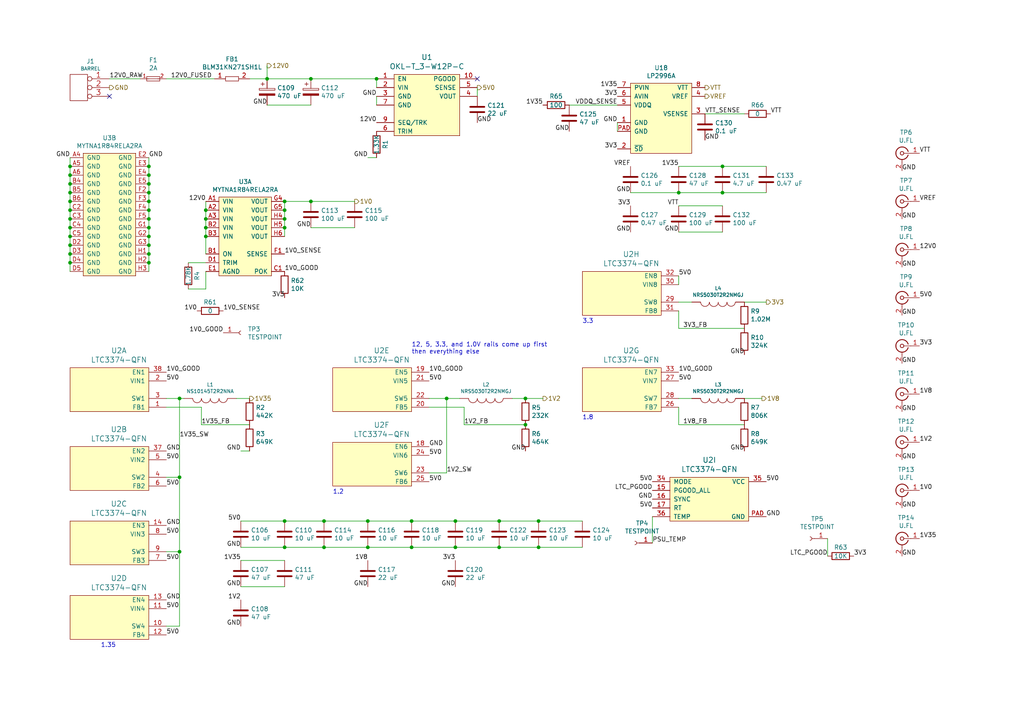
<source format=kicad_sch>
(kicad_sch (version 20211123) (generator eeschema)
  (paper "A4")
  (title_block (title "SATA sniffer") (date "2022-02-15") (rev "0.1") (comment 1 "Andrew D. Zonenberg"))
  (lib_symbols
    (symbol "Connector:Conn_01x01_Female" (pin_names (offset 1.016) hide)
      (property "Reference" "J" (at 0 2.54 0))
      (property "Value" "Conn_01x01_Female" (at 0 -2.54 0))
      (symbol "Conn_01x01_Female_1_1"
        (polyline (pts (xy -1.27 0) (xy -0.508 0)) (stroke (width 0.1524)))
        (arc (start 0 0.508) (mid -0.508 0) (end 0 -0.508) (stroke (width 0.1524)))
        (pin passive line (at -5.08 0 0) (length 3.81) (name "Pin_1") (number "1"))
      )
    )
    (symbol "Connector:Conn_Coaxial" (pin_names (offset 1.016) hide)
      (property "Reference" "J" (at 0.254 3.048 0))
      (property "Value" "Conn_Coaxial" (at 2.921 0 90))
      (symbol "Conn_Coaxial_0_1"
        (arc (start -1.778 -0.508) (mid 0.2311 -1.8066) (end 1.778 0) (stroke (width 0.254)))
        (polyline (pts (xy -2.54 0) (xy -0.508 0)))
        (polyline (pts (xy 0 -2.54) (xy 0 -1.778)))
        (circle (center 0 0) (radius 0.508) (stroke (width 0.2032)))
        (arc (start 1.778 0) (mid 0.2099 1.8101) (end -1.778 0.508) (stroke (width 0.254)))
      )
      (symbol "Conn_Coaxial_1_1"
        (pin passive line (at -5.08 0 0) (length 2.54) (name "In") (number "1"))
        (pin passive line (at 0 -5.08 90) (length 2.54) (name "Ext") (number "2"))
      )
    )
    (symbol "Device:C" (pin_numbers hide) (pin_names (offset 0.254))
      (property "Reference" "C" (at 0.635 2.54 0))
      (property "Value" "C" (at 0.635 -2.54 0))
      (symbol "C_0_1"
        (polyline (pts (xy -2.032 -0.762) (xy 2.032 -0.762)) (stroke (width 0.508)))
        (polyline (pts (xy -2.032 0.762) (xy 2.032 0.762)) (stroke (width 0.508)))
      )
      (symbol "C_1_1"
        (pin passive line (at 0 3.81 270) (length 2.794) (name "~") (number "1"))
        (pin passive line (at 0 -3.81 90) (length 2.794) (name "~") (number "2"))
      )
    )
    (symbol "Device:C_Polarized" (pin_numbers hide) (pin_names (offset 0.254))
      (property "Reference" "C" (at 0.635 2.54 0))
      (property "Value" "C_Polarized" (at 0.635 -2.54 0))
      (symbol "C_Polarized_0_1"
        (rectangle (start -2.286 0.508) (end 2.286 1.016))
        (polyline (pts (xy -1.778 2.286) (xy -0.762 2.286)))
        (polyline (pts (xy -1.27 2.794) (xy -1.27 1.778)))
        (rectangle (start 2.286 -0.508) (end -2.286 -1.016) (fill (type outline)))
      )
      (symbol "C_Polarized_1_1"
        (pin passive line (at 0 3.81 270) (length 2.794) (name "~") (number "1"))
        (pin passive line (at 0 -3.81 90) (length 2.794) (name "~") (number "2"))
      )
    )
    (symbol "Device:R" (pin_numbers hide) (pin_names (offset 0))
      (property "Reference" "R" (at 2.032 0 90))
      (property "Value" "R" (at 0 0 90))
      (symbol "R_0_1"
        (rectangle (start -1.016 -2.54) (end 1.016 2.54) (stroke (width 0.254)))
      )
      (symbol "R_1_1"
        (pin passive line (at 0 3.81 270) (length 1.27) (name "~") (number "1"))
        (pin passive line (at 0 -3.81 90) (length 1.27) (name "~") (number "2"))
      )
    )
    (symbol "passive-azonenberg:FERRITE_SMALL2" (pin_names (offset 1.016))
      (property "Reference" "FB" (at 0 2.54 0))
      (property "Value" "FERRITE_SMALL2" (at 0 -2.54 0))
      (symbol "FERRITE_SMALL2_0_1"
        (rectangle (start -1.905 0.635) (end 1.905 -0.635))
      )
      (symbol "FERRITE_SMALL2_1_1"
        (pin input line (at -5.08 0 0) (length 3.175) (name "~") (number "1"))
        (pin power_out line (at 5.08 0 180) (length 3.175) (name "~") (number "2"))
      )
    )
    (symbol "passive-azonenberg:INDUCTOR_PWROUT" (pin_numbers hide) (pin_names (offset 1.016) hide)
      (property "Reference" "L" (at -1.27 0 90))
      (property "Value" "INDUCTOR_PWROUT" (at 2.54 0 90))
      (symbol "INDUCTOR_PWROUT_0_1"
        (arc (start 0.0254 -5.0546) (mid 1.245 -3.7973) (end 0.0254 -2.54))
        (arc (start 0.0254 -2.5146) (mid 1.2704 -1.2319) (end 0.0254 0.0508))
        (arc (start 0.0254 0.0254) (mid 1.2704 1.3081) (end 0.0254 2.5908))
        (arc (start 0.0254 2.5654) (mid 1.1942 3.7719) (end 0.0254 4.9784))
      )
      (symbol "INDUCTOR_PWROUT_1_1"
        (pin power_out line (at 0 7.62 270) (length 2.54) (name "1") (number "1"))
        (pin passive line (at 0 -7.62 90) (length 2.54) (name "2") (number "2"))
      )
    )
    (symbol "power-azonenberg:CONN_3_PWROUT" (pin_names (offset 1.016) hide)
      (property "Reference" "K" (at -1.27 0 90))
      (property "Value" "CONN_3_PWROUT" (at 1.27 0 90))
      (symbol "CONN_3_PWROUT_0_1"
        (rectangle (start -2.54 3.81) (end 2.54 -3.81))
      )
      (symbol "CONN_3_PWROUT_1_1"
        (pin power_out inverted (at -8.89 2.54 0) (length 6.35) (name "P1") (number "1"))
        (pin power_out inverted (at -8.89 0 0) (length 6.35) (name "PM") (number "2"))
        (pin passive inverted (at -8.89 -2.54 0) (length 6.35) (name "P3") (number "3"))
      )
    )
    (symbol "power-azonenberg:FUSE_PWROUT_2" (pin_names (offset 0.254))
      (property "Reference" "F" (at 4.445 1.27 0))
      (property "Value" "FUSE_PWROUT_2" (at -0.635 -1.905 0))
      (symbol "FUSE_PWROUT_2_0_1"
        (rectangle (start -1.905 0.635) (end 1.905 -0.635))
        (polyline (pts (xy 1.905 0) (xy -1.905 0)))
      )
      (symbol "FUSE_PWROUT_2_1_1"
        (pin power_in line (at -3.81 0 0) (length 2.54) (name "~") (number "1"))
        (pin power_out line (at 3.81 0 180) (length 2.54) (name "~") (number "2"))
      )
    )
    (symbol "power-azonenberg:LP2996A" (pin_names (offset 1.016))
      (property "Reference" "U" (at 1.27 -1.27 0))
      (property "Value" "LP2996A" (at 3.81 -3.81 0))
      (symbol "LP2996A_0_1"
        (rectangle (start 0 20.32) (end 17.78 0) (fill (type background)))
      )
      (symbol "LP2996A_1_1"
        (pin power_in line (at -3.81 8.89 0) (length 3.81) (name "GND") (number "1"))
        (pin input line (at -3.81 1.27 0) (length 3.81) (name "~{SD}") (number "2"))
        (pin input line (at 21.59 11.43 180) (length 3.81) (name "VSENSE") (number "3"))
        (pin power_out line (at 21.59 16.51 180) (length 3.81) (name "VREF") (number "4"))
        (pin input line (at -3.81 13.97 0) (length 3.81) (name "VDDQ") (number "5"))
        (pin power_in line (at -3.81 16.51 0) (length 3.81) (name "AVIN") (number "6"))
        (pin power_in line (at -3.81 19.05 0) (length 3.81) (name "PVIN") (number "7"))
        (pin power_out line (at 21.59 19.05 180) (length 3.81) (name "VTT") (number "8"))
        (pin power_in line (at -3.81 6.35 0) (length 3.81) (name "GND") (number "PAD"))
      )
    )
    (symbol "power-azonenberg:LTC3374-QFN" (pin_names (offset 1.016))
      (property "Reference" "U" (at 0 -1.27 0))
      (property "Value" "LTC3374-QFN" (at 22.86 -1.27 0))
      (symbol "LTC3374-QFN_0_1"
        (rectangle (start 0 12.7) (end 22.86 0) (fill (type background)))
      )
      (symbol "LTC3374-QFN_1_1"
        (pin input line (at -5.08 1.27 0) (length 5.08) (name "FB1") (number "1"))
        (pin power_in line (at -5.08 8.89 0) (length 5.08) (name "VIN1") (number "2"))
        (pin power_out line (at -5.08 3.81 0) (length 5.08) (name "SW1") (number "3"))
        (pin input line (at -5.08 11.43 0) (length 5.08) (name "EN1") (number "38"))
      )
      (symbol "LTC3374-QFN_2_1"
        (pin input line (at -5.08 11.43 0) (length 5.08) (name "EN2") (number "37"))
        (pin power_out line (at -5.08 3.81 0) (length 5.08) (name "SW2") (number "4"))
        (pin power_in line (at -5.08 8.89 0) (length 5.08) (name "VIN2") (number "5"))
        (pin input line (at -5.08 1.27 0) (length 5.08) (name "FB2") (number "6"))
      )
      (symbol "LTC3374-QFN_3_1"
        (pin input line (at -5.08 11.43 0) (length 5.08) (name "EN3") (number "14"))
        (pin input line (at -5.08 1.27 0) (length 5.08) (name "FB3") (number "7"))
        (pin power_in line (at -5.08 8.89 0) (length 5.08) (name "VIN3") (number "8"))
        (pin power_out line (at -5.08 3.81 0) (length 5.08) (name "SW3") (number "9"))
      )
      (symbol "LTC3374-QFN_4_1"
        (pin power_out line (at -5.08 3.81 0) (length 5.08) (name "SW4") (number "10"))
        (pin power_in line (at -5.08 8.89 0) (length 5.08) (name "VIN4") (number "11"))
        (pin input line (at -5.08 1.27 0) (length 5.08) (name "FB4") (number "12"))
        (pin input line (at -5.08 11.43 0) (length 5.08) (name "EN4") (number "13"))
      )
      (symbol "LTC3374-QFN_5_1"
        (pin input line (at -5.08 11.43 0) (length 5.08) (name "EN5") (number "19"))
        (pin input line (at -5.08 1.27 0) (length 5.08) (name "FB5") (number "20"))
        (pin power_in line (at -5.08 8.89 0) (length 5.08) (name "VIN5") (number "21"))
        (pin power_out line (at -5.08 3.81 0) (length 5.08) (name "SW5") (number "22"))
      )
      (symbol "LTC3374-QFN_6_1"
        (pin input line (at -5.08 11.43 0) (length 5.08) (name "EN6") (number "18"))
        (pin power_out line (at -5.08 3.81 0) (length 5.08) (name "SW6") (number "23"))
        (pin power_in line (at -5.08 8.89 0) (length 5.08) (name "VIN6") (number "24"))
        (pin input line (at -5.08 1.27 0) (length 5.08) (name "FB6") (number "25"))
      )
      (symbol "LTC3374-QFN_7_1"
        (pin input line (at -5.08 1.27 0) (length 5.08) (name "FB7") (number "26"))
        (pin power_in line (at -5.08 8.89 0) (length 5.08) (name "VIN7") (number "27"))
        (pin power_out line (at -5.08 3.81 0) (length 5.08) (name "SW7") (number "28"))
        (pin input line (at -5.08 11.43 0) (length 5.08) (name "EN7") (number "33"))
      )
      (symbol "LTC3374-QFN_8_1"
        (pin power_out line (at -5.08 3.81 0) (length 5.08) (name "SW8") (number "29"))
        (pin power_in line (at -5.08 8.89 0) (length 5.08) (name "VIN8") (number "30"))
        (pin input line (at -5.08 1.27 0) (length 5.08) (name "FB8") (number "31"))
        (pin input line (at -5.08 11.43 0) (length 5.08) (name "EN8") (number "32"))
      )
      (symbol "LTC3374-QFN_9_1"
        (pin open_collector line (at 27.94 8.89 180) (length 5.08) (name "PGOOD_ALL") (number "15"))
        (pin input line (at 27.94 6.35 180) (length 5.08) (name "SYNC") (number "16"))
        (pin input line (at 27.94 3.81 180) (length 5.08) (name "RT") (number "17"))
        (pin input line (at 27.94 11.43 180) (length 5.08) (name "MODE") (number "34"))
        (pin power_in line (at -5.08 11.43 0) (length 5.08) (name "VCC") (number "35"))
        (pin output line (at 27.94 1.27 180) (length 5.08) (name "TEMP") (number "36"))
        (pin power_in line (at -5.08 1.27 0) (length 5.08) (name "GND") (number "PAD"))
      )
    )
    (symbol "power-azonenberg:MYTNA1R84RELA2RA" (pin_names (offset 1.016))
      (property "Reference" "U" (at 1.27 -1.27 0))
      (property "Value" "MYTNA1R84RELA2RA" (at 2.54 -3.81 0))
      (symbol "MYTNA1R84RELA2RA_1_1"
        (rectangle (start 0 22.86) (end 15.24 0) (fill (type background)))
        (pin power_in line (at -3.81 21.59 0) (length 3.81) (name "VIN") (number "A1"))
        (pin power_in line (at -3.81 19.05 0) (length 3.81) (name "VIN") (number "A2"))
        (pin power_in line (at -3.81 16.51 0) (length 3.81) (name "VIN") (number "A3"))
        (pin input line (at -3.81 6.35 0) (length 3.81) (name "ON") (number "B1"))
        (pin power_in line (at -3.81 13.97 0) (length 3.81) (name "VIN") (number "B2"))
        (pin power_in line (at -3.81 11.43 0) (length 3.81) (name "VIN") (number "B3"))
        (pin open_collector line (at 19.05 1.27 180) (length 3.81) (name "POK") (number "C1"))
        (pin passive line (at -3.81 3.81 0) (length 3.81) (name "TRIM") (number "D1"))
        (pin passive line (at -3.81 1.27 0) (length 3.81) (name "AGND") (number "E1"))
        (pin input line (at 19.05 6.35 180) (length 3.81) (name "SENSE") (number "F1"))
        (pin power_out line (at 19.05 21.59 180) (length 3.81) (name "VOUT") (number "G4"))
        (pin power_in line (at 19.05 19.05 180) (length 3.81) (name "VOUT") (number "G5"))
        (pin power_in line (at 19.05 16.51 180) (length 3.81) (name "VOUT") (number "H4"))
        (pin power_in line (at 19.05 13.97 180) (length 3.81) (name "VOUT") (number "H5"))
        (pin power_in line (at 19.05 11.43 180) (length 3.81) (name "VOUT") (number "H6"))
      )
      (symbol "MYTNA1R84RELA2RA_2_1"
        (rectangle (start 0 35.56) (end 15.24 0) (fill (type background)))
        (pin power_in line (at -3.81 34.29 0) (length 3.81) (name "GND") (number "A4"))
        (pin power_in line (at -3.81 31.75 0) (length 3.81) (name "GND") (number "A5"))
        (pin power_in line (at -3.81 29.21 0) (length 3.81) (name "GND") (number "A6"))
        (pin power_in line (at -3.81 26.67 0) (length 3.81) (name "GND") (number "B4"))
        (pin power_in line (at -3.81 24.13 0) (length 3.81) (name "GND") (number "B5"))
        (pin power_in line (at -3.81 21.59 0) (length 3.81) (name "GND") (number "B6"))
        (pin power_in line (at -3.81 19.05 0) (length 3.81) (name "GND") (number "C2"))
        (pin power_in line (at -3.81 16.51 0) (length 3.81) (name "GND") (number "C3"))
        (pin power_in line (at -3.81 13.97 0) (length 3.81) (name "GND") (number "C4"))
        (pin power_in line (at -3.81 11.43 0) (length 3.81) (name "GND") (number "C5"))
        (pin power_in line (at -3.81 8.89 0) (length 3.81) (name "GND") (number "D2"))
        (pin power_in line (at -3.81 6.35 0) (length 3.81) (name "GND") (number "D3"))
        (pin power_in line (at -3.81 3.81 0) (length 3.81) (name "GND") (number "D4"))
        (pin power_in line (at -3.81 1.27 0) (length 3.81) (name "GND") (number "D5"))
        (pin power_in line (at 19.05 34.29 180) (length 3.81) (name "GND") (number "E2"))
        (pin power_in line (at 19.05 31.75 180) (length 3.81) (name "GND") (number "E3"))
        (pin power_in line (at 19.05 29.21 180) (length 3.81) (name "GND") (number "E4"))
        (pin power_in line (at 19.05 26.67 180) (length 3.81) (name "GND") (number "E5"))
        (pin power_in line (at 19.05 24.13 180) (length 3.81) (name "GND") (number "F2"))
        (pin power_in line (at 19.05 21.59 180) (length 3.81) (name "GND") (number "F3"))
        (pin power_in line (at 19.05 19.05 180) (length 3.81) (name "GND") (number "F4"))
        (pin power_in line (at 19.05 16.51 180) (length 3.81) (name "GND") (number "F5"))
        (pin power_in line (at 19.05 13.97 180) (length 3.81) (name "GND") (number "G1"))
        (pin power_in line (at 19.05 11.43 180) (length 3.81) (name "GND") (number "G2"))
        (pin power_in line (at 19.05 8.89 180) (length 3.81) (name "GND") (number "G3"))
        (pin power_in line (at 19.05 6.35 180) (length 3.81) (name "GND") (number "H1"))
        (pin power_in line (at 19.05 3.81 180) (length 3.81) (name "GND") (number "H2"))
        (pin power_in line (at 19.05 1.27 180) (length 3.81) (name "GND") (number "H3"))
      )
    )
    (symbol "power-azonenberg:OKL-T_3-W12P-C" (pin_names (offset 1.016))
      (property "Reference" "U" (at 0 -1.27 0))
      (property "Value" "OKL-T_3-W12P-C" (at 0 -3.81 0))
      (symbol "OKL-T_3-W12P-C_0_1"
        (rectangle (start 0 17.78) (end 19.05 0) (fill (type background)))
      )
      (symbol "OKL-T_3-W12P-C_1_1"
        (pin input line (at -5.08 16.51 0) (length 5.08) (name "EN") (number "1"))
        (pin output line (at 24.13 16.51 180) (length 5.08) (name "PGOOD") (number "10"))
        (pin power_in line (at -5.08 13.97 0) (length 5.08) (name "VIN") (number "2"))
        (pin power_in line (at -5.08 11.43 0) (length 5.08) (name "GND") (number "3"))
        (pin power_out line (at 24.13 11.43 180) (length 5.08) (name "VOUT") (number "4"))
        (pin input line (at 24.13 13.97 180) (length 5.08) (name "SENSE") (number "5"))
        (pin input line (at -5.08 1.27 0) (length 5.08) (name "TRIM") (number "6"))
        (pin power_in line (at -5.08 8.89 0) (length 5.08) (name "GND") (number "7"))
        (pin input line (at -5.08 3.81 0) (length 5.08) (name "SEQ/TRK") (number "9"))
      )
    )
  )
  (junction (at 82.55 58.42))
  (junction (at 106.68 158.75))
  (junction (at 196.85 55.88))
  (junction (at 43.18 60.96))
  (junction (at 43.18 66.04))
  (junction (at 43.18 73.66))
  (junction (at 20.32 48.26))
  (junction (at 156.21 158.75))
  (junction (at 132.08 151.13))
  (junction (at 43.18 55.88))
  (junction (at 20.32 63.5))
  (junction (at 20.32 71.12))
  (junction (at 129.54 115.57))
  (junction (at 77.47 22.86))
  (junction (at 82.55 158.75))
  (junction (at 144.78 158.75))
  (junction (at 152.4 115.57))
  (junction (at 43.18 50.8))
  (junction (at 20.32 68.58))
  (junction (at 82.55 63.5))
  (junction (at 93.98 151.13))
  (junction (at 52.07 138.43))
  (junction (at 20.32 66.04))
  (junction (at 144.78 151.13))
  (junction (at 82.55 151.13))
  (junction (at 43.18 58.42))
  (junction (at 119.38 158.75))
  (junction (at 20.32 76.2))
  (junction (at 93.98 158.75))
  (junction (at 20.32 50.8))
  (junction (at 90.17 22.86))
  (junction (at 20.32 73.66))
  (junction (at 43.18 48.26))
  (junction (at 43.18 71.12))
  (junction (at 59.69 66.04))
  (junction (at 82.55 66.04))
  (junction (at 82.55 60.96))
  (junction (at 119.38 151.13))
  (junction (at 106.68 151.13))
  (junction (at 43.18 53.34))
  (junction (at 52.07 115.57))
  (junction (at 209.55 48.26))
  (junction (at 52.07 160.02))
  (junction (at 20.32 60.96))
  (junction (at 43.18 76.2))
  (junction (at 43.18 63.5))
  (junction (at 59.69 60.96))
  (junction (at 156.21 151.13))
  (junction (at 109.22 22.86))
  (junction (at 43.18 68.58))
  (junction (at 20.32 53.34))
  (junction (at 209.55 55.88))
  (junction (at 90.17 58.42))
  (junction (at 20.32 55.88))
  (junction (at 59.69 63.5))
  (junction (at 20.32 58.42))
  (junction (at 132.08 158.75))
  (junction (at 59.69 68.58))
  (junction (at 152.4 123.19))
  (no_connect (at 138.43 22.86))
  (no_connect (at 31.75 27.94))
  (wire (pts (xy 48.26 118.11) (xy 58.42 118.11)))
  (wire (pts (xy 54.61 76.2) (xy 59.69 76.2)))
  (wire (pts (xy 165.1 30.48) (xy 179.07 30.48)))
  (wire (pts (xy 82.55 151.13) (xy 93.98 151.13)))
  (wire (pts (xy 124.46 115.57) (xy 129.54 115.57)))
  (wire (pts (xy 209.55 59.69) (xy 196.85 59.69)))
  (wire (pts (xy 20.32 58.42) (xy 20.32 60.96)))
  (wire (pts (xy 20.32 71.12) (xy 20.32 73.66)))
  (wire (pts (xy 106.68 45.72) (xy 109.22 45.72)))
  (wire (pts (xy 69.85 151.13) (xy 82.55 151.13)))
  (wire (pts (xy 20.32 60.96) (xy 20.32 63.5)))
  (wire (pts (xy 69.85 162.56) (xy 82.55 162.56)))
  (wire (pts (xy 179.07 35.56) (xy 179.07 38.1)))
  (wire (pts (xy 134.62 118.11) (xy 134.62 123.19)))
  (wire (pts (xy 52.07 160.02) (xy 52.07 181.61)))
  (wire (pts (xy 43.18 58.42) (xy 43.18 55.88)))
  (wire (pts (xy 43.18 63.5) (xy 43.18 60.96)))
  (wire (pts (xy 43.18 48.26) (xy 43.18 45.72)))
  (wire (pts (xy 48.26 138.43) (xy 52.07 138.43)))
  (wire (pts (xy 93.98 151.13) (xy 106.68 151.13)))
  (wire (pts (xy 189.23 149.86) (xy 189.23 157.48)))
  (wire (pts (xy 59.69 68.58) (xy 59.69 73.66)))
  (wire (pts (xy 82.55 158.75) (xy 93.98 158.75)))
  (wire (pts (xy 82.55 63.5) (xy 82.55 60.96)))
  (wire (pts (xy 220.98 115.57) (xy 215.9 115.57)))
  (wire (pts (xy 48.26 22.86) (xy 62.23 22.86)))
  (wire (pts (xy 52.07 138.43) (xy 52.07 160.02)))
  (wire (pts (xy 59.69 66.04) (xy 59.69 68.58)))
  (wire (pts (xy 58.42 123.19) (xy 72.39 123.19)))
  (wire (pts (xy 20.32 45.72) (xy 20.32 48.26)))
  (wire (pts (xy 182.88 55.88) (xy 196.85 55.88)))
  (wire (pts (xy 43.18 53.34) (xy 43.18 50.8)))
  (wire (pts (xy 196.85 48.26) (xy 209.55 48.26)))
  (wire (pts (xy 124.46 118.11) (xy 134.62 118.11)))
  (wire (pts (xy 196.85 123.19) (xy 215.9 123.19)))
  (wire (pts (xy 144.78 158.75) (xy 156.21 158.75)))
  (wire (pts (xy 20.32 76.2) (xy 20.32 78.74)))
  (wire (pts (xy 77.47 19.05) (xy 77.47 22.86)))
  (wire (pts (xy 196.85 55.88) (xy 209.55 55.88)))
  (wire (pts (xy 43.18 71.12) (xy 43.18 68.58)))
  (wire (pts (xy 43.18 60.96) (xy 43.18 58.42)))
  (wire (pts (xy 69.85 130.81) (xy 72.39 130.81)))
  (wire (pts (xy 43.18 76.2) (xy 43.18 73.66)))
  (wire (pts (xy 90.17 58.42) (xy 102.87 58.42)))
  (wire (pts (xy 77.47 22.86) (xy 90.17 22.86)))
  (wire (pts (xy 129.54 137.16) (xy 124.46 137.16)))
  (wire (pts (xy 196.85 80.01) (xy 196.85 82.55)))
  (wire (pts (xy 200.66 87.63) (xy 196.85 87.63)))
  (wire (pts (xy 82.55 68.58) (xy 82.55 66.04)))
  (wire (pts (xy 106.68 151.13) (xy 119.38 151.13)))
  (wire (pts (xy 93.98 158.75) (xy 106.68 158.75)))
  (wire (pts (xy 59.69 60.96) (xy 59.69 63.5)))
  (wire (pts (xy 20.32 73.66) (xy 20.32 76.2)))
  (wire (pts (xy 196.85 118.11) (xy 196.85 123.19)))
  (wire (pts (xy 20.32 55.88) (xy 20.32 58.42)))
  (wire (pts (xy 20.32 63.5) (xy 20.32 66.04)))
  (wire (pts (xy 90.17 22.86) (xy 109.22 22.86)))
  (wire (pts (xy 204.47 33.02) (xy 215.9 33.02)))
  (wire (pts (xy 129.54 115.57) (xy 133.35 115.57)))
  (wire (pts (xy 132.08 158.75) (xy 144.78 158.75)))
  (wire (pts (xy 156.21 158.75) (xy 168.91 158.75)))
  (wire (pts (xy 109.22 27.94) (xy 109.22 30.48)))
  (wire (pts (xy 148.59 115.57) (xy 152.4 115.57)))
  (wire (pts (xy 82.55 66.04) (xy 82.55 63.5)))
  (wire (pts (xy 129.54 115.57) (xy 129.54 137.16)))
  (wire (pts (xy 90.17 30.48) (xy 77.47 30.48)))
  (wire (pts (xy 144.78 151.13) (xy 156.21 151.13)))
  (wire (pts (xy 48.26 115.57) (xy 52.07 115.57)))
  (wire (pts (xy 196.85 67.31) (xy 209.55 67.31)))
  (wire (pts (xy 209.55 48.26) (xy 222.25 48.26)))
  (wire (pts (xy 240.03 156.21) (xy 240.03 161.29)))
  (wire (pts (xy 40.64 22.86) (xy 31.75 22.86)))
  (wire (pts (xy 72.39 22.86) (xy 77.47 22.86)))
  (wire (pts (xy 20.32 66.04) (xy 20.32 68.58)))
  (wire (pts (xy 222.25 87.63) (xy 215.9 87.63)))
  (wire (pts (xy 209.55 55.88) (xy 222.25 55.88)))
  (wire (pts (xy 119.38 158.75) (xy 132.08 158.75)))
  (wire (pts (xy 82.55 60.96) (xy 82.55 58.42)))
  (wire (pts (xy 69.85 158.75) (xy 82.55 158.75)))
  (wire (pts (xy 59.69 63.5) (xy 59.69 66.04)))
  (wire (pts (xy 59.69 58.42) (xy 59.69 60.96)))
  (wire (pts (xy 20.32 50.8) (xy 20.32 53.34)))
  (wire (pts (xy 43.18 73.66) (xy 43.18 71.12)))
  (wire (pts (xy 58.42 118.11) (xy 58.42 123.19)))
  (wire (pts (xy 43.18 50.8) (xy 43.18 48.26)))
  (wire (pts (xy 52.07 115.57) (xy 53.34 115.57)))
  (wire (pts (xy 52.07 115.57) (xy 52.07 138.43)))
  (wire (pts (xy 119.38 151.13) (xy 132.08 151.13)))
  (wire (pts (xy 59.69 83.82) (xy 54.61 83.82)))
  (wire (pts (xy 48.26 160.02) (xy 52.07 160.02)))
  (wire (pts (xy 134.62 123.19) (xy 152.4 123.19)))
  (wire (pts (xy 106.68 158.75) (xy 119.38 158.75)))
  (wire (pts (xy 200.66 115.57) (xy 196.85 115.57)))
  (wire (pts (xy 132.08 151.13) (xy 144.78 151.13)))
  (wire (pts (xy 69.85 170.18) (xy 82.55 170.18)))
  (wire (pts (xy 152.4 115.57) (xy 157.48 115.57)))
  (wire (pts (xy 43.18 78.74) (xy 43.18 76.2)))
  (wire (pts (xy 82.55 58.42) (xy 90.17 58.42)))
  (wire (pts (xy 59.69 78.74) (xy 59.69 83.82)))
  (wire (pts (xy 156.21 151.13) (xy 168.91 151.13)))
  (wire (pts (xy 20.32 68.58) (xy 20.32 71.12)))
  (wire (pts (xy 20.32 53.34) (xy 20.32 55.88)))
  (wire (pts (xy 196.85 90.17) (xy 196.85 95.25)))
  (wire (pts (xy 68.58 115.57) (xy 72.39 115.57)))
  (wire (pts (xy 20.32 48.26) (xy 20.32 50.8)))
  (wire (pts (xy 109.22 22.86) (xy 109.22 25.4)))
  (wire (pts (xy 52.07 181.61) (xy 48.26 181.61)))
  (wire (pts (xy 90.17 66.04) (xy 102.87 66.04)))
  (wire (pts (xy 196.85 95.25) (xy 215.9 95.25)))
  (wire (pts (xy 43.18 55.88) (xy 43.18 53.34)))
  (wire (pts (xy 138.43 27.94) (xy 138.43 25.4)))
  (wire (pts (xy 43.18 68.58) (xy 43.18 66.04)))
  (wire (pts (xy 43.18 66.04) (xy 43.18 63.5)))
  (text "12, 5, 3.3, and 1.0V rails come up first\nthen everything else" (at 119.38 102.87 0) (effects (font (size 1.27 1.27)) (justify left bottom)))
  (text "1.8" (at 168.91 121.92 0) (effects (font (size 1.27 1.27)) (justify left bottom)))
  (text "1.2" (at 96.52 143.51 0) (effects (font (size 1.27 1.27)) (justify left bottom)))
  (text "3.3" (at 168.91 93.98 0) (effects (font (size 1.27 1.27)) (justify left bottom)))
  (text "1.35" (at 29.21 187.96 0) (effects (font (size 1.27 1.27)) (justify left bottom)))
  (label "GND" (at 261.62 77.47 0))
  (label "VREF" (at 182.88 48.26 180))
  (label "5V0" (at 196.85 80.01 0))
  (label "GND" (at 261.62 161.29 0))
  (label "GND" (at 196.85 67.31 180))
  (label "1V35" (at 179.07 25.4 180))
  (label "VTT" (at 223.52 33.02 0))
  (label "GND" (at 69.85 170.18 180))
  (label "3V3_FB" (at 198.12 95.25 0))
  (label "5V0" (at 222.25 139.7 0))
  (label "1V35" (at 157.48 30.48 180))
  (label "GND" (at 261.62 133.35 0))
  (label "5V0" (at 189.23 139.7 180))
  (label "1V2_SW" (at 129.54 137.16 0))
  (label "VDDQ_SENSE" (at 179.07 30.48 180))
  (label "12V0_RAW" (at 31.75 22.86 0))
  (label "GND" (at 222.25 149.86 0))
  (label "5V0" (at 48.26 110.49 0))
  (label "GND" (at 261.62 105.41 0))
  (label "1V0_GOOD" (at 82.55 78.74 0))
  (label "GND" (at 215.9 102.87 180))
  (label "1V2" (at 266.7 128.27 0))
  (label "5V0" (at 189.23 147.32 180))
  (label "12V0" (at 266.7 72.39 0))
  (label "1V0_GOOD" (at 124.46 107.95 0))
  (label "5V0" (at 48.26 184.15 0))
  (label "5V0" (at 196.85 110.49 0))
  (label "VREF" (at 266.7 58.42 0))
  (label "3V3" (at 247.65 161.29 0))
  (label "1V35" (at 266.7 156.21 0))
  (label "5V0" (at 266.7 86.36 0))
  (label "1V35_SW" (at 52.07 127 0))
  (label "VTT_SENSE" (at 204.47 33.02 0))
  (label "GND" (at 124.46 129.54 0))
  (label "3V3" (at 179.07 27.94 180))
  (label "GND" (at 204.47 40.64 0))
  (label "VTT" (at 266.7 44.45 0))
  (label "LTC_PGOOD" (at 240.03 161.29 180))
  (label "1V8" (at 266.7 114.3 0))
  (label "5V0" (at 48.26 133.35 0))
  (label "GND" (at 109.22 27.94 180))
  (label "GND" (at 106.68 170.18 180))
  (label "1V2" (at 69.85 173.99 180))
  (label "GND" (at 48.26 130.81 0))
  (label "PSU_TEMP" (at 189.23 157.48 0))
  (label "5V0" (at 124.46 139.7 0))
  (label "5V0" (at 48.26 154.94 0))
  (label "GND" (at 261.62 49.53 0))
  (label "1V0_GOOD" (at 48.26 107.95 0))
  (label "12V0_FUSED" (at 49.53 22.86 0))
  (label "5V0" (at 124.46 110.49 0))
  (label "1V35" (at 196.85 48.26 180))
  (label "GND" (at 69.85 158.75 180))
  (label "GND" (at 69.85 181.61 180))
  (label "1V0_GOOD" (at 64.77 96.52 180))
  (label "GND" (at 90.17 66.04 180))
  (label "1V0_GOOD" (at 196.85 107.95 0))
  (label "1V0" (at 57.15 90.17 180))
  (label "LTC_PGOOD" (at 189.23 142.24 180))
  (label "1V8_FB" (at 198.12 123.19 0))
  (label "1V0_SENSE" (at 82.55 73.66 0))
  (label "3V3" (at 82.55 86.36 180))
  (label "GND" (at 43.18 45.72 0))
  (label "1V0" (at 266.7 142.24 0))
  (label "GND" (at 182.88 67.31 180))
  (label "GND" (at 152.4 130.81 180))
  (label "GND" (at 138.43 35.56 0))
  (label "1V35" (at 69.85 162.56 180))
  (label "12V0" (at 59.69 58.42 180))
  (label "3V3" (at 266.7 100.33 0))
  (label "5V0" (at 48.26 162.56 0))
  (label "1V8" (at 106.68 162.56 180))
  (label "12V0" (at 109.22 35.56 180))
  (label "GND" (at 189.23 144.78 180))
  (label "1V2_FB" (at 134.62 123.19 0))
  (label "GND" (at 20.32 45.72 180))
  (label "3V3" (at 132.08 162.56 180))
  (label "GND" (at 179.07 35.56 180))
  (label "5V0" (at 48.26 176.53 0))
  (label "GND" (at 215.9 130.81 180))
  (label "GND" (at 261.62 63.5 0))
  (label "GND" (at 182.88 55.88 180))
  (label "5V0" (at 124.46 132.08 0))
  (label "GND" (at 261.62 119.38 0))
  (label "GND" (at 165.1 38.1 180))
  (label "GND" (at 106.68 45.72 180))
  (label "VTT" (at 196.85 59.69 180))
  (label "5V0" (at 69.85 151.13 180))
  (label "5V0" (at 48.26 140.97 0))
  (label "3V3" (at 182.88 59.69 180))
  (label "GND" (at 48.26 173.99 0))
  (label "GND" (at 132.08 170.18 180))
  (label "GND" (at 261.62 91.44 0))
  (label "GND" (at 48.26 152.4 0))
  (label "GND" (at 261.62 147.32 0))
  (label "3V3" (at 179.07 43.18 180))
  (label "1V0_SENSE" (at 64.77 90.17 0))
  (label "GND" (at 69.85 130.81 180))
  (label "1V35_FB" (at 58.42 123.19 0))
  (label "GND" (at 77.47 30.48 180))
  (hierarchical_label "5V0" (shape output) (at 138.43 25.4 0))
  (hierarchical_label "VREF" (shape output) (at 204.47 27.94 0))
  (hierarchical_label "VTT" (shape output) (at 204.47 25.4 0))
  (hierarchical_label "3V3" (shape output) (at 222.25 87.63 0))
  (hierarchical_label "1V8" (shape output) (at 220.98 115.57 0))
  (hierarchical_label "12V0" (shape output) (at 77.47 19.05 0))
  (hierarchical_label "1V2" (shape output) (at 157.48 115.57 0))
  (hierarchical_label "1V0" (shape output) (at 102.87 58.42 0))
  (hierarchical_label "1V35" (shape output) (at 72.39 115.57 0))
  (hierarchical_label "GND" (shape output) (at 31.75 25.4 0))
  (symbol (lib_id "power-azonenberg:LTC3374-QFN") (at 43.18 119.38 0) (mirror y) (unit 1)
    (property "Reference" "U2" (at 34.4932 101.6762 0) (effects (font (size 1.524 1.524))))
    (property "Value" "LTC3374-QFN" (at 34.4932 104.3686 0) (effects (font (size 1.524 1.524))))
    (property "Footprint" "azonenberg_pcb:QFN_38_0.5MM_5x7MM" (effects hide))
  )
  (symbol (lib_id "power-azonenberg:FUSE_PWROUT_2") (at 44.45 22.86 0) (unit 1)
    (property "Reference" "F1" (at 44.45 17.4244 0))
    (property "Value" "2A" (at 44.45 19.7358 0))
    (property "Footprint" "azonenberg_pcb:EIA_0603_CAP_NOSILK" (effects hide))
  )
  (symbol (lib_id "passive-azonenberg:FERRITE_SMALL2") (at 67.31 22.86 0) (unit 1)
    (property "Reference" "FB1" (at 67.31 17.145 0))
    (property "Value" "BLM31KN271SH1L" (at 67.31 19.4564 0))
    (property "Footprint" "azonenberg_pcb:EIA_1206_CAP_NOSILK" (effects hide))
  )
  (symbol (lib_id "power-azonenberg:LTC3374-QFN") (at 43.18 142.24 0) (mirror y) (unit 2)
    (property "Reference" "U2" (at 34.4932 124.5362 0) (effects (font (size 1.524 1.524))))
    (property "Value" "LTC3374-QFN" (at 34.4932 127.2286 0) (effects (font (size 1.524 1.524))))
    (property "Footprint" "azonenberg_pcb:QFN_38_0.5MM_5x7MM" (effects hide))
  )
  (symbol (lib_id "power-azonenberg:LTC3374-QFN") (at 43.18 163.83 0) (mirror y) (unit 3)
    (property "Reference" "U2" (at 34.4932 146.1262 0) (effects (font (size 1.524 1.524))))
    (property "Value" "LTC3374-QFN" (at 34.4932 148.8186 0) (effects (font (size 1.524 1.524))))
    (property "Footprint" "azonenberg_pcb:QFN_38_0.5MM_5x7MM" (effects hide))
  )
  (symbol (lib_id "power-azonenberg:OKL-T_3-W12P-C") (at 114.3 39.37 0) (unit 1)
    (property "Reference" "U1" (at 123.825 16.5862 0) (effects (font (size 1.524 1.524))))
    (property "Value" "OKL-T_3-W12P-C" (at 123.825 19.2786 0) (effects (font (size 1.524 1.524))))
    (property "Footprint" "azonenberg_pcb:MODULE_MURATA_OKL-T3-W12" (effects hide))
  )
  (symbol (lib_id "power-azonenberg:LTC3374-QFN") (at 43.18 185.42 0) (mirror y) (unit 4)
    (property "Reference" "U2" (at 34.4932 167.7162 0) (effects (font (size 1.524 1.524))))
    (property "Value" "LTC3374-QFN" (at 34.4932 170.4086 0) (effects (font (size 1.524 1.524))))
    (property "Footprint" "azonenberg_pcb:QFN_38_0.5MM_5x7MM" (effects hide))
  )
  (symbol (lib_id "power-azonenberg:LTC3374-QFN") (at 119.38 119.38 0) (mirror y) (unit 5)
    (property "Reference" "U2" (at 110.6932 101.6762 0) (effects (font (size 1.524 1.524))))
    (property "Value" "LTC3374-QFN" (at 110.6932 104.3686 0) (effects (font (size 1.524 1.524))))
    (property "Footprint" "azonenberg_pcb:QFN_38_0.5MM_5x7MM" (effects hide))
  )
  (symbol (lib_id "power-azonenberg:LTC3374-QFN") (at 119.38 140.97 0) (mirror y) (unit 6)
    (property "Reference" "U2" (at 110.6932 123.2662 0) (effects (font (size 1.524 1.524))))
    (property "Value" "LTC3374-QFN" (at 110.6932 125.9586 0) (effects (font (size 1.524 1.524))))
    (property "Footprint" "azonenberg_pcb:QFN_38_0.5MM_5x7MM" (effects hide))
  )
  (symbol (lib_id "power-azonenberg:LTC3374-QFN") (at 191.77 119.38 0) (mirror y) (unit 7)
    (property "Reference" "U2" (at 183.0832 101.6762 0) (effects (font (size 1.524 1.524))))
    (property "Value" "LTC3374-QFN" (at 183.0832 104.3686 0) (effects (font (size 1.524 1.524))))
    (property "Footprint" "azonenberg_pcb:QFN_38_0.5MM_5x7MM" (effects hide))
  )
  (symbol (lib_id "power-azonenberg:LTC3374-QFN") (at 191.77 91.44 0) (mirror y) (unit 8)
    (property "Reference" "U2" (at 183.0832 73.7362 0) (effects (font (size 1.524 1.524))))
    (property "Value" "LTC3374-QFN" (at 183.0832 76.4286 0) (effects (font (size 1.524 1.524))))
    (property "Footprint" "azonenberg_pcb:QFN_38_0.5MM_5x7MM" (effects hide))
  )
  (symbol (lib_id "power-azonenberg:LTC3374-QFN") (at 217.17 151.13 0) (mirror y) (unit 9)
    (property "Reference" "U2" (at 205.74 133.4262 0) (effects (font (size 1.524 1.524))))
    (property "Value" "LTC3374-QFN" (at 205.74 136.1186 0) (effects (font (size 1.524 1.524))))
    (property "Footprint" "azonenberg_pcb:QFN_38_0.5MM_5x7MM" (effects hide))
  )
  (symbol (lib_id "power-azonenberg:MYTNA1R84RELA2RA") (at 63.5 80.01 0) (unit 1)
    (property "Reference" "U3" (at 71.12 52.705 0))
    (property "Value" "MYTNA1R84RELA2RA" (at 71.12 55.0164 0))
    (property "Footprint" "azonenberg_pcb:MODULE_MURATA_MYTNA1R84RELA2RA" (effects hide))
  )
  (symbol (lib_id "power-azonenberg:MYTNA1R84RELA2RA") (at 24.13 80.01 0) (unit 2)
    (property "Reference" "U3" (at 31.75 40.005 0))
    (property "Value" "MYTNA1R84RELA2RA" (at 31.75 42.3164 0))
    (property "Footprint" "azonenberg_pcb:MODULE_MURATA_MYTNA1R84RELA2RA" (effects hide))
  )
  (symbol (lib_id "Device:R") (at 54.61 80.01 180) (unit 1)
    (property "Reference" "R4" (at 57.15 80.01 90))
    (property "Value" "1.78K" (at 54.61 80.01 90))
    (property "Footprint" "azonenberg_pcb:EIA_0402_RES_NOSILK" (effects hide))
  )
  (symbol (lib_id "Device:R") (at 109.22 41.91 180) (unit 1)
    (property "Reference" "R1" (at 111.76 41.91 90))
    (property "Value" "1.33K" (at 109.22 41.91 90))
    (property "Footprint" "azonenberg_pcb:EIA_0402_RES_NOSILK" (effects hide))
  )
  (symbol (lib_id "power-azonenberg:CONN_3_PWROUT") (at 22.86 25.4 0) (mirror y) (unit 1)
    (property "Reference" "J1" (at 26.2382 17.78 0))
    (property "Value" "BARREL" (at 26.2382 19.9136 0) (effects (font (size 1.016 1.016))))
    (property "Footprint" "azonenberg_pcb:CONN_CUI_PJ-058BH_HIPWR_BARREL_NOSLOT" (effects hide))
  )
  (symbol (lib_id "Device:R") (at 215.9 91.44 0) (unit 1)
    (property "Reference" "R9" (at 217.678 90.2716 0) (effects (justify left)))
    (property "Value" "1.02M" (at 217.678 92.583 0) (effects (justify left)))
    (property "Footprint" "azonenberg_pcb:EIA_0402_RES_NOSILK" (effects hide))
  )
  (symbol (lib_id "Device:R") (at 215.9 99.06 0) (unit 1)
    (property "Reference" "R10" (at 217.678 97.8916 0) (effects (justify left)))
    (property "Value" "324K" (at 217.678 100.203 0) (effects (justify left)))
    (property "Footprint" "azonenberg_pcb:EIA_0402_RES_NOSILK" (effects hide))
  )
  (symbol (lib_id "Device:R") (at 215.9 119.38 0) (unit 1)
    (property "Reference" "R7" (at 217.678 118.2116 0) (effects (justify left)))
    (property "Value" "806K" (at 217.678 120.523 0) (effects (justify left)))
    (property "Footprint" "azonenberg_pcb:EIA_0402_RES_NOSILK" (effects hide))
  )
  (symbol (lib_id "Device:R") (at 215.9 127 0) (unit 1)
    (property "Reference" "R8" (at 217.678 125.8316 0) (effects (justify left)))
    (property "Value" "649K" (at 217.678 128.143 0) (effects (justify left)))
    (property "Footprint" "azonenberg_pcb:EIA_0402_RES_NOSILK" (effects hide))
  )
  (symbol (lib_id "Device:R") (at 152.4 119.38 0) (unit 1)
    (property "Reference" "R5" (at 154.178 118.2116 0) (effects (justify left)))
    (property "Value" "232K" (at 154.178 120.523 0) (effects (justify left)))
    (property "Footprint" "azonenberg_pcb:EIA_0402_RES_NOSILK" (effects hide))
  )
  (symbol (lib_id "Device:R") (at 152.4 127 0) (unit 1)
    (property "Reference" "R6" (at 154.178 125.8316 0) (effects (justify left)))
    (property "Value" "464K" (at 154.178 128.143 0) (effects (justify left)))
    (property "Footprint" "azonenberg_pcb:EIA_0402_RES_NOSILK" (effects hide))
  )
  (symbol (lib_id "Device:R") (at 72.39 119.38 0) (unit 1)
    (property "Reference" "R2" (at 74.168 118.2116 0) (effects (justify left)))
    (property "Value" "442K" (at 74.168 120.523 0) (effects (justify left)))
    (property "Footprint" "azonenberg_pcb:EIA_0402_RES_NOSILK" (effects hide))
  )
  (symbol (lib_id "Device:R") (at 72.39 127 0) (unit 1)
    (property "Reference" "R3" (at 74.168 125.8316 0) (effects (justify left)))
    (property "Value" "649K" (at 74.168 128.143 0) (effects (justify left)))
    (property "Footprint" "azonenberg_pcb:EIA_0402_RES_NOSILK" (effects hide))
  )
  (symbol (lib_id "passive-azonenberg:INDUCTOR_PWROUT") (at 140.97 115.57 270) (unit 1)
    (property "Reference" "L2" (at 140.97 111.5568 90) (effects (font (size 1.016 1.016))))
    (property "Value" "NRS5030T2R2NMGJ" (at 140.97 113.4872 90) (effects (font (size 1.016 1.016))))
    (property "Footprint" "azonenberg_pcb:INDUCTOR_YUDEN_NRS5030" (effects hide))
  )
  (symbol (lib_id "passive-azonenberg:INDUCTOR_PWROUT") (at 208.28 115.57 270) (unit 1)
    (property "Reference" "L3" (at 208.28 111.5568 90) (effects (font (size 1.016 1.016))))
    (property "Value" "NRS5030T2R2NMGJ" (at 208.28 113.4872 90) (effects (font (size 1.016 1.016))))
    (property "Footprint" "azonenberg_pcb:INDUCTOR_YUDEN_NRS5030" (effects hide))
  )
  (symbol (lib_id "passive-azonenberg:INDUCTOR_PWROUT") (at 208.28 87.63 270) (unit 1)
    (property "Reference" "L4" (at 208.28 83.6168 90) (effects (font (size 1.016 1.016))))
    (property "Value" "NRS5030T2R2NMGJ" (at 208.28 85.5472 90) (effects (font (size 1.016 1.016))))
    (property "Footprint" "azonenberg_pcb:INDUCTOR_YUDEN_NRS5030" (effects hide))
  )
  (symbol (lib_id "passive-azonenberg:INDUCTOR_PWROUT") (at 60.96 115.57 270) (unit 1)
    (property "Reference" "L1" (at 60.96 111.5568 90) (effects (font (size 1.016 1.016))))
    (property "Value" "NS10145T2R2NNA" (at 60.96 113.4872 90) (effects (font (size 1.016 1.016))))
    (property "Footprint" "azonenberg_pcb:INDUCTOR_YUDEN_LSRN_10145" (effects hide))
  )
  (symbol (lib_id "Device:C") (at 138.43 31.75 0) (unit 1)
    (property "Reference" "C121" (at 141.351 30.5816 0) (effects (justify left)))
    (property "Value" "22 uF" (at 141.351 32.893 0) (effects (justify left)))
    (property "Footprint" "azonenberg_pcb:EIA_1812_CAP_NOSILK" (effects hide))
  )
  (symbol (lib_id "Device:C") (at 69.85 154.94 0) (unit 1)
    (property "Reference" "C106" (at 72.771 153.7716 0) (effects (justify left)))
    (property "Value" "10 uF" (at 72.771 156.083 0) (effects (justify left)))
    (property "Footprint" "azonenberg_pcb:EIA_1210_CAP_NOSILK" (effects hide))
  )
  (symbol (lib_id "Device:C") (at 82.55 154.94 0) (unit 1)
    (property "Reference" "C110" (at 85.471 153.7716 0) (effects (justify left)))
    (property "Value" "10 uF" (at 85.471 156.083 0) (effects (justify left)))
    (property "Footprint" "azonenberg_pcb:EIA_1210_CAP_NOSILK" (effects hide))
  )
  (symbol (lib_id "Device:C") (at 93.98 154.94 0) (unit 1)
    (property "Reference" "C114" (at 96.901 153.7716 0) (effects (justify left)))
    (property "Value" "10 uF" (at 96.901 156.083 0) (effects (justify left)))
    (property "Footprint" "azonenberg_pcb:EIA_1210_CAP_NOSILK" (effects hide))
  )
  (symbol (lib_id "Device:C") (at 106.68 154.94 0) (unit 1)
    (property "Reference" "C116" (at 109.601 153.7716 0) (effects (justify left)))
    (property "Value" "10 uF" (at 109.601 156.083 0) (effects (justify left)))
    (property "Footprint" "azonenberg_pcb:EIA_1210_CAP_NOSILK" (effects hide))
  )
  (symbol (lib_id "Device:C") (at 119.38 154.94 0) (unit 1)
    (property "Reference" "C118" (at 122.301 153.7716 0) (effects (justify left)))
    (property "Value" "10 uF" (at 122.301 156.083 0) (effects (justify left)))
    (property "Footprint" "azonenberg_pcb:EIA_1210_CAP_NOSILK" (effects hide))
  )
  (symbol (lib_id "Device:C") (at 132.08 154.94 0) (unit 1)
    (property "Reference" "C119" (at 135.001 153.7716 0) (effects (justify left)))
    (property "Value" "10 uF" (at 135.001 156.083 0) (effects (justify left)))
    (property "Footprint" "azonenberg_pcb:EIA_1210_CAP_NOSILK" (effects hide))
  )
  (symbol (lib_id "Device:C") (at 144.78 154.94 0) (unit 1)
    (property "Reference" "C122" (at 147.701 153.7716 0) (effects (justify left)))
    (property "Value" "10 uF" (at 147.701 156.083 0) (effects (justify left)))
    (property "Footprint" "azonenberg_pcb:EIA_1210_CAP_NOSILK" (effects hide))
  )
  (symbol (lib_id "Device:C") (at 156.21 154.94 0) (unit 1)
    (property "Reference" "C123" (at 159.131 153.7716 0) (effects (justify left)))
    (property "Value" "10 uF" (at 159.131 156.083 0) (effects (justify left)))
    (property "Footprint" "azonenberg_pcb:EIA_1210_CAP_NOSILK" (effects hide))
  )
  (symbol (lib_id "Device:C") (at 168.91 154.94 0) (unit 1)
    (property "Reference" "C124" (at 171.831 153.7716 0) (effects (justify left)))
    (property "Value" "10 uF" (at 171.831 156.083 0) (effects (justify left)))
    (property "Footprint" "azonenberg_pcb:EIA_1210_CAP_NOSILK" (effects hide))
  )
  (symbol (lib_id "Device:C") (at 69.85 166.37 0) (unit 1)
    (property "Reference" "C107" (at 72.771 165.2016 0) (effects (justify left)))
    (property "Value" "47 uF" (at 72.771 167.513 0) (effects (justify left)))
    (property "Footprint" "azonenberg_pcb:EIA_0805_CAP_NOSILK" (effects hide))
  )
  (symbol (lib_id "Device:C") (at 82.55 166.37 0) (unit 1)
    (property "Reference" "C111" (at 85.471 165.2016 0) (effects (justify left)))
    (property "Value" "47 uF" (at 85.471 167.513 0) (effects (justify left)))
    (property "Footprint" "azonenberg_pcb:EIA_0805_CAP_NOSILK" (effects hide))
  )
  (symbol (lib_id "Device:C") (at 69.85 177.8 0) (unit 1)
    (property "Reference" "C108" (at 72.771 176.6316 0) (effects (justify left)))
    (property "Value" "47 uF" (at 72.771 178.943 0) (effects (justify left)))
    (property "Footprint" "azonenberg_pcb:EIA_0805_CAP_NOSILK" (effects hide))
  )
  (symbol (lib_id "Device:C") (at 106.68 166.37 0) (unit 1)
    (property "Reference" "C117" (at 109.601 165.2016 0) (effects (justify left)))
    (property "Value" "22 uF" (at 109.601 167.513 0) (effects (justify left)))
    (property "Footprint" "azonenberg_pcb:EIA_0805_CAP_NOSILK" (effects hide))
  )
  (symbol (lib_id "Device:C") (at 132.08 166.37 0) (unit 1)
    (property "Reference" "C120" (at 135.001 165.2016 0) (effects (justify left)))
    (property "Value" "22 uF" (at 135.001 167.513 0) (effects (justify left)))
    (property "Footprint" "azonenberg_pcb:EIA_1210_CAP_NOSILK" (effects hide))
  )
  (symbol (lib_id "Connector:Conn_01x01_Female") (at 184.15 157.48 180) (unit 1)
    (property "Reference" "TP4" (at 186.2328 151.765 0))
    (property "Value" "TESTPOINT" (at 186.2328 154.0764 0))
    (property "Footprint" "azonenberg_pcb:TESTPOINT_SMT_0.5MM" (effects hide))
  )
  (symbol (lib_id "Device:R") (at 243.84 161.29 270) (unit 1)
    (property "Reference" "R63" (at 243.84 158.75 90))
    (property "Value" "10K" (at 243.84 161.29 90))
    (property "Footprint" "azonenberg_pcb:EIA_0402_RES_NOSILK" (effects hide))
  )
  (symbol (lib_id "Connector:Conn_01x01_Female") (at 234.95 156.21 180) (unit 1)
    (property "Reference" "TP5" (at 237.0328 150.495 0))
    (property "Value" "TESTPOINT" (at 237.0328 152.8064 0))
    (property "Footprint" "azonenberg_pcb:TESTPOINT_SMT_0.5MM" (effects hide))
  )
  (symbol (lib_id "Connector:Conn_Coaxial") (at 261.62 156.21 0) (mirror y) (unit 1)
    (property "Reference" "TP14" (at 262.8138 150.1648 0))
    (property "Value" "U.FL" (at 262.8138 152.4762 0))
    (property "Footprint" "azonenberg_pcb:CONN_U.FL_TE_1909763-1" (effects hide))
  )
  (symbol (lib_id "Connector:Conn_Coaxial") (at 261.62 128.27 0) (mirror y) (unit 1)
    (property "Reference" "TP12" (at 262.8138 122.2248 0))
    (property "Value" "U.FL" (at 262.8138 124.5362 0))
    (property "Footprint" "azonenberg_pcb:CONN_U.FL_TE_1909763-1" (effects hide))
  )
  (symbol (lib_id "Connector:Conn_Coaxial") (at 261.62 142.24 0) (mirror y) (unit 1)
    (property "Reference" "TP13" (at 262.8138 136.1948 0))
    (property "Value" "U.FL" (at 262.8138 138.5062 0))
    (property "Footprint" "azonenberg_pcb:CONN_U.FL_TE_1909763-1" (effects hide))
  )
  (symbol (lib_id "Connector:Conn_Coaxial") (at 261.62 114.3 0) (mirror y) (unit 1)
    (property "Reference" "TP11" (at 262.8138 108.2548 0))
    (property "Value" "U.FL" (at 262.8138 110.5662 0))
    (property "Footprint" "azonenberg_pcb:CONN_U.FL_TE_1909763-1" (effects hide))
  )
  (symbol (lib_id "Connector:Conn_Coaxial") (at 261.62 100.33 0) (mirror y) (unit 1)
    (property "Reference" "TP10" (at 262.8138 94.2848 0))
    (property "Value" "U.FL" (at 262.8138 96.5962 0))
    (property "Footprint" "azonenberg_pcb:CONN_U.FL_TE_1909763-1" (effects hide))
  )
  (symbol (lib_id "Connector:Conn_Coaxial") (at 261.62 86.36 0) (mirror y) (unit 1)
    (property "Reference" "TP9" (at 262.8138 80.3148 0))
    (property "Value" "U.FL" (at 262.8138 82.6262 0))
    (property "Footprint" "azonenberg_pcb:CONN_U.FL_TE_1909763-1" (effects hide))
  )
  (symbol (lib_id "Connector:Conn_Coaxial") (at 261.62 72.39 0) (mirror y) (unit 1)
    (property "Reference" "TP8" (at 262.8138 66.3448 0))
    (property "Value" "U.FL" (at 262.8138 68.6562 0))
    (property "Footprint" "azonenberg_pcb:CONN_U.FL_TE_1909763-1" (effects hide))
  )
  (symbol (lib_id "Connector:Conn_Coaxial") (at 261.62 58.42 0) (mirror y) (unit 1)
    (property "Reference" "TP7" (at 262.8138 52.3748 0))
    (property "Value" "U.FL" (at 262.8138 54.6862 0))
    (property "Footprint" "azonenberg_pcb:CONN_U.FL_TE_1909763-1" (effects hide))
  )
  (symbol (lib_id "Connector:Conn_Coaxial") (at 261.62 44.45 0) (mirror y) (unit 1)
    (property "Reference" "TP6" (at 262.8138 38.4048 0))
    (property "Value" "U.FL" (at 262.8138 40.7162 0))
    (property "Footprint" "azonenberg_pcb:CONN_U.FL_TE_1909763-1" (effects hide))
  )
  (symbol (lib_id "Device:R") (at 60.96 90.17 270) (unit 1)
    (property "Reference" "R61" (at 60.96 87.63 90))
    (property "Value" "0" (at 60.96 90.17 90))
    (property "Footprint" "azonenberg_pcb:EIA_0402_RES_NOSILK" (effects hide))
  )
  (symbol (lib_id "Device:R") (at 82.55 82.55 0) (unit 1)
    (property "Reference" "R62" (at 84.328 81.3816 0) (effects (justify left)))
    (property "Value" "10K" (at 84.328 83.693 0) (effects (justify left)))
    (property "Footprint" "azonenberg_pcb:EIA_0402_RES_NOSILK" (effects hide))
  )
  (symbol (lib_id "Connector:Conn_01x01_Female") (at 69.85 96.52 0) (unit 1)
    (property "Reference" "TP3" (at 71.882 95.4532 0) (effects (justify left)))
    (property "Value" "TESTPOINT" (at 71.882 97.7646 0) (effects (justify left)))
    (property "Footprint" "azonenberg_pcb:TESTPOINT_SMT_0.5MM" (effects hide))
  )
  (symbol (lib_id "Device:C_Polarized") (at 77.47 26.67 0) (unit 1)
    (property "Reference" "C109" (at 80.391 25.5016 0) (effects (justify left)))
    (property "Value" "470 uF" (at 80.391 27.813 0) (effects (justify left)))
    (property "Footprint" "azonenberg_pcb:CAP_AL_10MM_SMT" (effects hide))
  )
  (symbol (lib_id "Device:C") (at 90.17 62.23 0) (unit 1)
    (property "Reference" "C113" (at 93.091 61.0616 0) (effects (justify left)))
    (property "Value" "100 uF" (at 93.091 63.373 0) (effects (justify left)))
    (property "Footprint" "azonenberg_pcb:EIA_1210_CAP_NOSILK" (effects hide))
  )
  (symbol (lib_id "Device:C") (at 102.87 62.23 0) (unit 1)
    (property "Reference" "C115" (at 105.791 61.0616 0) (effects (justify left)))
    (property "Value" "100 uF" (at 105.791 63.373 0) (effects (justify left)))
    (property "Footprint" "azonenberg_pcb:EIA_1210_CAP_NOSILK" (effects hide))
  )
  (symbol (lib_id "Device:C_Polarized") (at 90.17 26.67 0) (unit 1)
    (property "Reference" "C112" (at 93.091 25.5016 0) (effects (justify left)))
    (property "Value" "470 uF" (at 93.091 27.813 0) (effects (justify left)))
    (property "Footprint" "azonenberg_pcb:CAP_AL_10MM_SMT" (effects hide))
  )
  (symbol (lib_id "power-azonenberg:LP2996A") (at 182.88 44.45 0) (unit 1)
    (property "Reference" "U18" (at 191.77 19.685 0))
    (property "Value" "LP2996A" (at 191.77 21.9964 0))
    (property "Footprint" "azonenberg_pcb:SOIC_8_3.9MM_EPAD" (effects hide))
  )
  (symbol (lib_id "Device:R") (at 161.29 30.48 270) (unit 1)
    (property "Reference" "R65" (at 161.29 27.94 90))
    (property "Value" "100" (at 161.29 30.48 90))
    (property "Footprint" "azonenberg_pcb:EIA_0402_RES_NOSILK" (effects hide))
  )
  (symbol (lib_id "Device:C") (at 182.88 52.07 0) (unit 1)
    (property "Reference" "C126" (at 185.801 50.9016 0) (effects (justify left)))
    (property "Value" "0.1 uF" (at 185.801 53.213 0) (effects (justify left)))
    (property "Footprint" "azonenberg_pcb:EIA_0402_CAP_NOSILK" (effects hide))
  )
  (symbol (lib_id "Device:C") (at 204.47 36.83 0) (unit 1)
    (property "Reference" "C130" (at 207.391 35.6616 0) (effects (justify left)))
    (property "Value" "0.1 uF" (at 207.391 37.973 0) (effects (justify left)))
    (property "Footprint" "azonenberg_pcb:EIA_0402_CAP_NOSILK" (effects hide))
  )
  (symbol (lib_id "Device:R") (at 219.71 33.02 270) (unit 1)
    (property "Reference" "R66" (at 219.71 30.48 90))
    (property "Value" "0" (at 219.71 33.02 90))
    (property "Footprint" "azonenberg_pcb:EIA_0402_RES_NOSILK" (effects hide))
  )
  (symbol (lib_id "Device:C") (at 165.1 34.29 0) (unit 1)
    (property "Reference" "C125" (at 168.021 33.1216 0) (effects (justify left)))
    (property "Value" "47 uF" (at 168.021 35.433 0) (effects (justify left)))
    (property "Footprint" "azonenberg_pcb:EIA_0805_CAP_NOSILK" (effects hide))
  )
  (symbol (lib_id "Device:C") (at 196.85 52.07 0) (unit 1)
    (property "Reference" "C128" (at 199.771 50.9016 0) (effects (justify left)))
    (property "Value" "47 uF" (at 199.771 53.213 0) (effects (justify left)))
    (property "Footprint" "azonenberg_pcb:EIA_1206_CAP_NOSILK" (effects hide))
  )
  (symbol (lib_id "Device:C") (at 209.55 52.07 0) (unit 1)
    (property "Reference" "C131" (at 212.471 50.9016 0) (effects (justify left)))
    (property "Value" "4.7 uF" (at 212.471 53.213 0) (effects (justify left)))
    (property "Footprint" "azonenberg_pcb:EIA_0603_CAP_NOSILK" (effects hide))
  )
  (symbol (lib_id "Device:C") (at 222.25 52.07 0) (unit 1)
    (property "Reference" "C133" (at 225.171 50.9016 0) (effects (justify left)))
    (property "Value" "0.47 uF" (at 225.171 53.213 0) (effects (justify left)))
    (property "Footprint" "azonenberg_pcb:EIA_0402_CAP_NOSILK" (effects hide))
  )
  (symbol (lib_id "Device:C") (at 182.88 63.5 0) (unit 1)
    (property "Reference" "C127" (at 185.801 62.3316 0) (effects (justify left)))
    (property "Value" "0.47 uF" (at 185.801 64.643 0) (effects (justify left)))
    (property "Footprint" "azonenberg_pcb:EIA_0402_CAP_NOSILK" (effects hide))
  )
  (symbol (lib_id "Device:C") (at 196.85 63.5 0) (unit 1)
    (property "Reference" "C129" (at 199.771 62.3316 0) (effects (justify left)))
    (property "Value" "100 uF" (at 199.771 64.643 0) (effects (justify left)))
    (property "Footprint" "azonenberg_pcb:EIA_1210_CAP_NOSILK" (effects hide))
  )
  (symbol (lib_id "Device:C") (at 209.55 63.5 0) (unit 1)
    (property "Reference" "C132" (at 212.471 62.3316 0) (effects (justify left)))
    (property "Value" "100 uF" (at 212.471 64.643 0) (effects (justify left)))
    (property "Footprint" "azonenberg_pcb:EIA_1210_CAP_NOSILK" (effects hide))
  )
)
</source>
